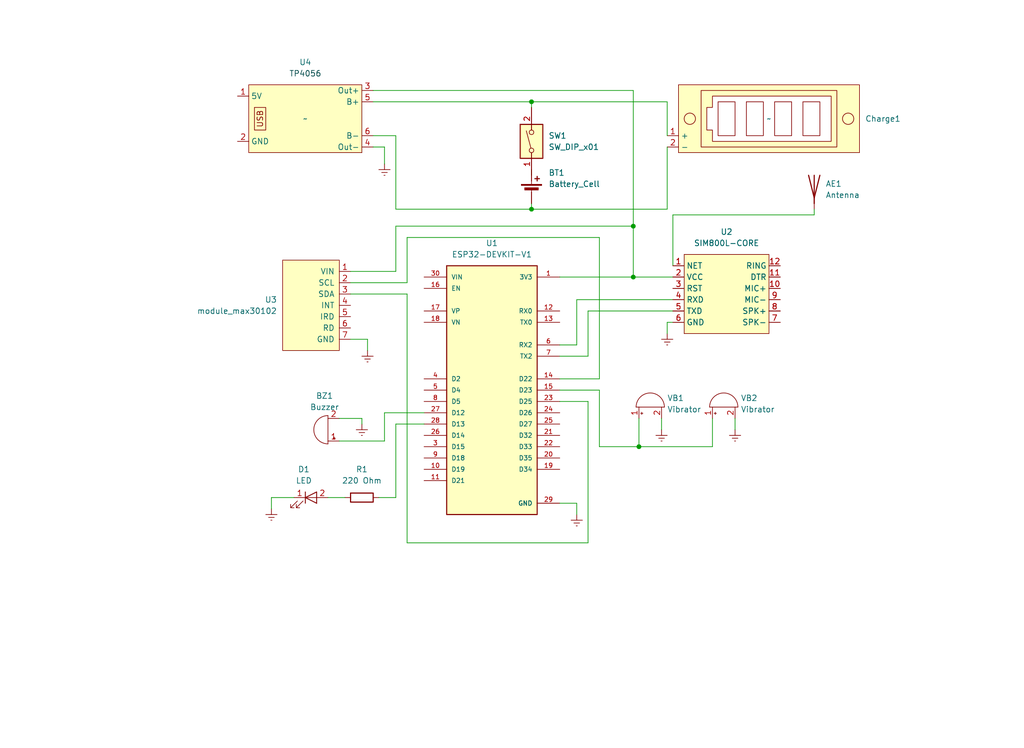
<source format=kicad_sch>
(kicad_sch (version 20230121) (generator eeschema)
  (paper "User" 229.997 167.996)
  (title_block (title "Pulsioximetría para EPOC en las zonas rurales de Apurímac") (date "Oct 31") (company "PONTIFICIA UNIVERSIDAD CATÓLICA DEL PERÚ - PROYECTO DE BIODISEÑO 2"))
  (lib_symbols
    (symbol "Device:Antenna" (pin_numbers hide) (pin_names (offset 1.016) hide)
      (property "Reference" "AE" (at -1.905 1.905 0))
      (property "Value" "Antenna" (at -1.905 0 0))
      (symbol "Antenna_0_1"
        (polyline (pts (xy 0 2.54) (xy 0 -3.81)) (stroke (width 0.254)))
        (polyline (pts (xy 1.27 2.54) (xy 0 -2.54) (xy -1.27 2.54)) (stroke (width 0.254)))
      )
      (symbol "Antenna_1_1"
        (pin input line (at 0 -5.08 90) (length 2.54) (name "A") (number "1"))
      )
    )
    (symbol "Device:Battery_Cell" (pin_numbers hide) (pin_names (offset 0) hide)
      (property "Reference" "BT" (at 2.54 2.54 0))
      (property "Value" "Battery_Cell" (at 2.54 0 0))
      (symbol "Battery_Cell_0_1"
        (rectangle (start -2.286 1.778) (end 2.286 1.524) (fill (type outline)))
        (rectangle (start -1.524 1.016) (end 1.524 0.508) (fill (type outline)))
        (polyline (pts (xy 0 0.762) (xy 0 0)))
        (polyline (pts (xy 0 1.778) (xy 0 2.54)))
        (polyline (pts (xy 0.762 3.048) (xy 1.778 3.048)) (stroke (width 0.254)))
        (polyline (pts (xy 1.27 3.556) (xy 1.27 2.54)) (stroke (width 0.254)))
      )
      (symbol "Battery_Cell_1_1"
        (pin passive line (at 0 5.08 270) (length 2.54) (name "+") (number "1"))
        (pin passive line (at 0 -2.54 90) (length 2.54) (name "-") (number "2"))
      )
    )
    (symbol "Device:Buzzer" (pin_names (offset 0.0254) hide)
      (property "Reference" "BZ" (at 3.81 1.27 0))
      (property "Value" "Buzzer" (at 3.81 -1.27 0))
      (symbol "Buzzer_0_1"
        (arc (start 0 -3.175) (mid 3.1612 0) (end 0 3.175))
        (polyline (pts (xy -1.651 1.905) (xy -1.143 1.905)))
        (polyline (pts (xy -1.397 2.159) (xy -1.397 1.651)))
        (polyline (pts (xy 0 3.175) (xy 0 -3.175)))
      )
      (symbol "Buzzer_1_1"
        (pin passive line (at -2.54 2.54 0) (length 2.54) (name "-") (number "1"))
        (pin passive line (at -2.54 -2.54 0) (length 2.54) (name "+") (number "2"))
      )
    )
    (symbol "ESP32-DEVKIT-V1:ESP32-DEVKIT-V1" (pin_names (offset 1.016))
      (property "Reference" "U1" (at 0 33.02 0))
      (property "Value" "ESP32-DEVKIT-V1" (at 0 30.48 0))
      (symbol "ESP32-DEVKIT-V1_0_0"
        (rectangle (start -10.16 -27.94) (end 10.16 27.94) (stroke (width 0.254)) (fill (type background)))
        (pin output line (at 15.24 25.4 180) (length 5.08) (name "3V3") (number "1"))
        (pin bidirectional line (at -15.24 -17.78 0) (length 5.08) (name "D19") (number "10"))
        (pin bidirectional line (at -15.24 -20.32 0) (length 5.08) (name "D21") (number "11"))
        (pin input line (at 15.24 17.78 180) (length 5.08) (name "RX0") (number "12"))
        (pin output line (at 15.24 15.24 180) (length 5.08) (name "TX0") (number "13"))
        (pin bidirectional line (at 15.24 2.54 180) (length 5.08) (name "D22") (number "14"))
        (pin bidirectional line (at 15.24 0 180) (length 5.08) (name "D23") (number "15"))
        (pin input line (at -15.24 22.86 0) (length 5.08) (name "EN") (number "16"))
        (pin bidirectional line (at -15.24 17.78 0) (length 5.08) (name "VP") (number "17"))
        (pin bidirectional line (at -15.24 15.24 0) (length 5.08) (name "VN") (number "18"))
        (pin bidirectional line (at 15.24 -17.78 180) (length 5.08) (name "D34") (number "19"))
        (pin bidirectional line (at 15.24 -15.24 180) (length 5.08) (name "D35") (number "20"))
        (pin bidirectional line (at 15.24 -10.16 180) (length 5.08) (name "D32") (number "21"))
        (pin bidirectional line (at 15.24 -12.7 180) (length 5.08) (name "D33") (number "22"))
        (pin bidirectional line (at 15.24 -2.54 180) (length 5.08) (name "D25") (number "23"))
        (pin bidirectional line (at 15.24 -5.08 180) (length 5.08) (name "D26") (number "24"))
        (pin bidirectional line (at 15.24 -7.62 180) (length 5.08) (name "D27") (number "25"))
        (pin bidirectional line (at -15.24 -10.16 0) (length 5.08) (name "D14") (number "26"))
        (pin bidirectional line (at -15.24 -5.08 0) (length 5.08) (name "D12") (number "27"))
        (pin bidirectional line (at -15.24 -7.62 0) (length 5.08) (name "D13") (number "28"))
        (pin power_in line (at 15.24 -25.4 180) (length 5.08) (name "GND") (number "29"))
        (pin bidirectional line (at -15.24 -12.7 0) (length 5.08) (name "D15") (number "3"))
        (pin input line (at -15.24 25.4 0) (length 5.08) (name "VIN") (number "30"))
        (pin bidirectional line (at -15.24 2.54 0) (length 5.08) (name "D2") (number "4"))
        (pin bidirectional line (at -15.24 0 0) (length 5.08) (name "D4") (number "5"))
        (pin input line (at 15.24 10.16 180) (length 5.08) (name "RX2") (number "6"))
        (pin output line (at 15.24 7.62 180) (length 5.08) (name "TX2") (number "7"))
        (pin bidirectional line (at -15.24 -2.54 0) (length 5.08) (name "D5") (number "8"))
        (pin bidirectional line (at -15.24 -15.24 0) (length 5.08) (name "D18") (number "9"))
      )
      (symbol "ESP32-DEVKIT-V1_1_0"
        (pin power_in line (at 15.24 -25.4 180) (length 5.08) (name "GND") (number ""))
      )
    )
    (symbol "Indicador_de_Carga:Indicador_de_carga_XW228DKFR4"
      (property "Reference" "U" (at 0 10.16 0))
      (symbol "Indicador_de_carga_XW228DKFR4_0_1"
        (circle (center -17.78 0) (radius 1.27))
        (rectangle (start -15.24 6.35) (end 15.24 -6.35))
        (rectangle (start -11.43 3.81) (end -7.62 -3.81))
        (rectangle (start -5.08 3.81) (end -1.27 -3.81))
        (rectangle (start 1.27 3.81) (end 5.08 -3.81))
        (rectangle (start 7.62 3.81) (end 11.43 -3.81))
        (circle (center 17.78 0) (radius 1.27))
      )
      (symbol "Indicador_de_carga_XW228DKFR4_1_1"
        (rectangle (start -20.32 7.62) (end 20.32 -7.62) (fill (type background)))
        (polyline (pts (xy 13.97 0) (xy 13.97 5.08) (xy -11.43 5.08) (xy -12.7 5.08) (xy -12.7 2.54) (xy -13.97 2.54) (xy -13.97 -2.54) (xy -12.7 -2.54) (xy -12.7 -5.08) (xy 13.97 -5.08) (xy 13.97 0)) (fill (type color) (color 255 255 255 1)))
        (pin input line (at -22.86 -3.81 0) (length 2.54) (name "+") (number "1"))
        (pin input line (at -22.86 -6.35 0) (length 2.54) (name "-") (number "2"))
      )
    )
    (symbol "Module_TP4056:Module_TP4056"
      (property "Reference" "U4" (at 0 12.7 0))
      (property "Value" "~" (at 0 0 0))
      (symbol "Module_TP4056_1_1"
        (rectangle (start -12.7 7.62) (end 12.7 -7.62) (fill (type background)))
        (rectangle (start -11.43 2.54) (end -8.89 -2.54))
        (text "TP4056" (at 0 10.16 0) (effects (font (size 1.27 1.27))))
        (text "USB" (at -10.16 0 900) (effects (font (size 1.27 1.27))))
        (pin input line (at -15.24 5.08 0) (length 2.54) (name "5V") (number "1"))
        (pin input line (at -15.24 -5.08 0) (length 2.54) (name "GND") (number "2"))
        (pin output line (at 15.24 6.35 180) (length 2.54) (name "Out+") (number "3"))
        (pin output line (at 15.24 -6.35 180) (length 2.54) (name "Out-") (number "4"))
        (pin bidirectional line (at 15.24 3.81 180) (length 2.54) (name "B+") (number "5"))
        (pin bidirectional line (at 15.24 -3.81 180) (length 2.54) (name "B-") (number "6"))
      )
    )
    (symbol "Switch:SW_DIP_x01" (pin_names (offset 0) hide)
      (property "Reference" "SW" (at 0 3.81 0))
      (property "Value" "SW_DIP_x01" (at 0 -3.81 0))
      (symbol "SW_DIP_x01_0_0"
        (circle (center -2.032 0) (radius 0.508))
        (polyline (pts (xy -1.524 0.127) (xy 2.3622 1.1684)))
        (circle (center 2.032 0) (radius 0.508))
      )
      (symbol "SW_DIP_x01_0_1"
        (rectangle (start -3.81 2.54) (end 3.81 -2.54) (stroke (width 0.254)) (fill (type background)))
      )
      (symbol "SW_DIP_x01_1_1"
        (pin passive line (at -7.62 0 0) (length 5.08) (name "~") (number "1"))
        (pin passive line (at 7.62 0 180) (length 5.08) (name "~") (number "2"))
      )
    )
    (symbol "charger_stepup-cache:LED" (pin_names (offset 1.016) hide)
      (property "Reference" "D" (at 0 2.54 0))
      (property "Value" "LED" (at 0 -2.54 0))
      (symbol "LED_0_1"
        (polyline (pts (xy -1.27 -1.27) (xy -1.27 1.27)) (stroke (width 0.2032)))
        (polyline (pts (xy -1.27 0) (xy 1.27 0)))
        (polyline (pts (xy 1.27 -1.27) (xy 1.27 1.27) (xy -1.27 0) (xy 1.27 -1.27)) (stroke (width 0.2032)))
        (polyline (pts (xy -3.048 -0.762) (xy -4.572 -2.286) (xy -3.81 -2.286) (xy -4.572 -2.286) (xy -4.572 -1.524)))
        (polyline (pts (xy -1.778 -0.762) (xy -3.302 -2.286) (xy -2.54 -2.286) (xy -3.302 -2.286) (xy -3.302 -1.524)))
      )
      (symbol "LED_1_1"
        (pin passive line (at -3.81 0 0) (length 2.54) (name "K") (number "1"))
        (pin passive line (at 3.81 0 180) (length 2.54) (name "A") (number "2"))
      )
    )
    (symbol "charger_stepup-cache:R" (pin_numbers hide) (pin_names (offset 0))
      (property "Reference" "R" (at 2.032 0 90))
      (property "Value" "R" (at 0 0 90))
      (symbol "R_0_1"
        (rectangle (start -1.016 -2.54) (end 1.016 2.54) (stroke (width 0.254)))
      )
      (symbol "R_1_1"
        (pin passive line (at 0 3.81 270) (length 1.27) (name "~") (number "1"))
        (pin passive line (at 0 -3.81 90) (length 1.27) (name "~") (number "2"))
      )
    )
    (symbol "power:Earth" (power) (pin_names (offset 0))
      (symbol "Earth_0_1"
        (polyline (pts (xy -0.635 -1.905) (xy 0.635 -1.905)))
        (polyline (pts (xy -0.127 -2.54) (xy 0.127 -2.54)))
        (polyline (pts (xy 0 -1.27) (xy 0 0)))
        (polyline (pts (xy 1.27 -1.27) (xy -1.27 -1.27)))
      )
      (symbol "Earth_1_1"
        (pin power_in line (at 0 0 270) (length 0) hide (name "Earth") (number "1"))
      )
    )
    (symbol "sim800l-core:SIM800L-CORE"
      (property "Reference" "U" (at -7.62 8.89 0))
      (property "Value" "SIM800L-CORE" (at 0 -12.7 0))
      (symbol "SIM800L-CORE_0_1"
        (rectangle (start -8.89 7.62) (end 10.16 -10.16) (stroke (width 0.1524)) (fill (type background)))
      )
      (symbol "SIM800L-CORE_1_1"
        (pin bidirectional line (at -11.43 5.08 0) (length 2.54) (name "NET") (number "1"))
        (pin output line (at 12.7 0 180) (length 2.54) (name "MIC+") (number "10"))
        (pin passive line (at 12.7 2.54 180) (length 2.54) (name "DTR") (number "11"))
        (pin output line (at 12.7 5.08 180) (length 2.54) (name "RING") (number "12"))
        (pin power_in line (at -11.43 2.54 0) (length 2.54) (name "VCC") (number "2"))
        (pin input line (at -11.43 0 0) (length 2.54) (name "RST") (number "3"))
        (pin input line (at -11.43 -2.54 0) (length 2.54) (name "RXD") (number "4"))
        (pin output line (at -11.43 -5.08 0) (length 2.54) (name "TXD") (number "5"))
        (pin power_in line (at -11.43 -7.62 0) (length 2.54) (name "GND") (number "6"))
        (pin output line (at 12.7 -7.62 180) (length 2.54) (name "SPK-") (number "7"))
        (pin output line (at 12.7 -5.08 180) (length 2.54) (name "SPK+") (number "8"))
        (pin output line (at 12.7 -2.54 180) (length 2.54) (name "MIC-") (number "9"))
      )
    )
    (symbol "usini_sensors:module_max30102" (pin_names (offset 1.016))
      (property "Reference" "U" (at 2.54 12.7 0))
      (property "Value" "module_max30102" (at 10.16 -10.16 0))
      (symbol "module_max30102_0_1"
        (rectangle (start 2.54 11.43) (end 15.24 -8.89) (fill (type background)))
      )
      (symbol "module_max30102_1_1"
        (pin input line (at 0 8.89 0) (length 2.54) (name "VIN") (number "1"))
        (pin input line (at 0 6.35 0) (length 2.54) (name "SCL") (number "2"))
        (pin input line (at 0 3.81 0) (length 2.54) (name "SDA") (number "3"))
        (pin input line (at 0 1.27 0) (length 2.54) (name "INT") (number "4"))
        (pin input line (at 0 -1.27 0) (length 2.54) (name "IRD") (number "5"))
        (pin input line (at 0 -3.81 0) (length 2.54) (name "RD") (number "6"))
        (pin input line (at 0 -6.35 0) (length 2.54) (name "GND") (number "7"))
      )
    )
  )
  (junction (at 143.51 100.33))
  (junction (at 142.24 62.23))
  (junction (at 142.24 50.8))
  (junction (at 119.38 46.99))
  (junction (at 119.38 22.86))
  (wire (pts (xy 86.36 33.02) (xy 86.36 36.83)))
  (wire (pts (xy 142.24 20.32) (xy 142.24 50.8)))
  (wire (pts (xy 119.38 22.86) (xy 149.86 22.86)))
  (wire (pts (xy 132.08 69.85) (xy 151.13 69.85)))
  (wire (pts (xy 82.55 76.2) (xy 82.55 78.74)))
  (wire (pts (xy 73.66 111.76) (xy 77.47 111.76)))
  (wire (pts (xy 60.96 111.76) (xy 66.04 111.76)))
  (wire (pts (xy 129.54 113.03) (xy 129.54 115.57)))
  (wire (pts (xy 125.73 87.63) (xy 134.62 87.63)))
  (wire (pts (xy 149.86 72.39) (xy 151.13 72.39)))
  (wire (pts (xy 81.28 93.98) (xy 81.28 95.25)))
  (wire (pts (xy 91.44 63.5) (xy 91.44 53.34)))
  (wire (pts (xy 91.44 66.04) (xy 91.44 121.92)))
  (wire (pts (xy 134.62 53.34) (xy 134.62 85.09)))
  (wire (pts (xy 119.38 46.99) (xy 149.86 46.99)))
  (wire (pts (xy 91.44 121.92) (xy 132.08 121.92)))
  (wire (pts (xy 86.36 99.06) (xy 86.36 92.71)))
  (wire (pts (xy 129.54 77.47) (xy 129.54 67.31)))
  (wire (pts (xy 86.36 99.06) (xy 76.2 99.06)))
  (wire (pts (xy 129.54 67.31) (xy 151.13 67.31)))
  (wire (pts (xy 88.9 50.8) (xy 142.24 50.8)))
  (wire (pts (xy 83.82 20.32) (xy 142.24 20.32)))
  (wire (pts (xy 83.82 33.02) (xy 86.36 33.02)))
  (wire (pts (xy 182.88 46.99) (xy 182.88 48.26)))
  (wire (pts (xy 125.73 113.03) (xy 129.54 113.03)))
  (wire (pts (xy 119.38 38.1) (xy 119.38 39.37)))
  (wire (pts (xy 83.82 22.86) (xy 119.38 22.86)))
  (wire (pts (xy 151.13 48.26) (xy 182.88 48.26)))
  (wire (pts (xy 78.74 63.5) (xy 91.44 63.5)))
  (wire (pts (xy 85.09 111.76) (xy 88.9 111.76)))
  (wire (pts (xy 125.73 77.47) (xy 129.54 77.47)))
  (wire (pts (xy 143.51 93.98) (xy 143.51 100.33)))
  (wire (pts (xy 91.44 53.34) (xy 134.62 53.34)))
  (wire (pts (xy 83.82 30.48) (xy 88.9 30.48)))
  (wire (pts (xy 125.73 85.09) (xy 134.62 85.09)))
  (wire (pts (xy 119.38 22.86) (xy 119.38 24.13)))
  (wire (pts (xy 125.73 62.23) (xy 142.24 62.23)))
  (wire (pts (xy 134.62 100.33) (xy 143.51 100.33)))
  (wire (pts (xy 160.02 93.98) (xy 160.02 100.33)))
  (wire (pts (xy 88.9 60.96) (xy 88.9 50.8)))
  (wire (pts (xy 151.13 48.26) (xy 151.13 59.69)))
  (wire (pts (xy 78.74 76.2) (xy 82.55 76.2)))
  (wire (pts (xy 60.96 114.3) (xy 60.96 111.76)))
  (wire (pts (xy 149.86 74.93) (xy 149.86 72.39)))
  (wire (pts (xy 76.2 93.98) (xy 81.28 93.98)))
  (wire (pts (xy 160.02 100.33) (xy 143.51 100.33)))
  (wire (pts (xy 142.24 50.8) (xy 142.24 62.23)))
  (wire (pts (xy 86.36 92.71) (xy 95.25 92.71)))
  (wire (pts (xy 132.08 121.92) (xy 132.08 90.17)))
  (wire (pts (xy 88.9 95.25) (xy 95.25 95.25)))
  (wire (pts (xy 88.9 30.48) (xy 88.9 46.99)))
  (wire (pts (xy 149.86 22.86) (xy 149.86 30.48)))
  (wire (pts (xy 78.74 60.96) (xy 88.9 60.96)))
  (wire (pts (xy 78.74 66.04) (xy 91.44 66.04)))
  (wire (pts (xy 125.73 80.01) (xy 132.08 80.01)))
  (wire (pts (xy 148.59 93.98) (xy 148.59 96.52)))
  (wire (pts (xy 142.24 62.23) (xy 151.13 62.23)))
  (wire (pts (xy 132.08 80.01) (xy 132.08 69.85)))
  (wire (pts (xy 125.73 90.17) (xy 132.08 90.17)))
  (wire (pts (xy 134.62 87.63) (xy 134.62 100.33)))
  (wire (pts (xy 149.86 33.02) (xy 149.86 46.99)))
  (wire (pts (xy 88.9 46.99) (xy 119.38 46.99)))
  (wire (pts (xy 165.1 93.98) (xy 165.1 96.52)))
  (wire (pts (xy 119.38 45.72) (xy 119.38 46.99)))
  (wire (pts (xy 88.9 111.76) (xy 88.9 95.25)))
  (symbol (lib_id "power:Earth") (at 148.59 96.52 0) (unit 1)
    (property "Reference" "#PWR04" (effects hide))
    (property "Value" "Earth" (effects hide))
  )
  (symbol (lib_id "charger_stepup-cache:LED") (at 69.85 111.76 0) (unit 1)
    (property "Reference" "D1" (at 68.2498 105.41 0))
    (property "Value" "LED" (at 68.2498 107.95 0))
    (property "Footprint" "LED_THT:LED_D3.0mm_Horizontal_O6.35mm_Z2.0mm" (effects hide))
  )
  (symbol (lib_id "Device:Buzzer") (at 162.56 91.44 90) (unit 1)
    (property "Reference" "VB2" (at 166.37 89.4149 90) (effects (justify right)))
    (property "Value" "Vibrator" (at 166.37 91.9549 90) (effects (justify right)))
    (property "Footprint" "Buzzer_Beeper:MagneticBuzzer_Kobitone_254-EMB73-RO" (effects hide))
  )
  (symbol (lib_id "Device:Antenna") (at 182.88 41.91 0) (unit 1)
    (property "Reference" "AE1" (at 185.42 41.275 0) (effects (justify left)))
    (property "Value" "Antenna" (at 185.42 43.815 0) (effects (justify left)))
    (property "Footprint" "RF_Antenna:Texas_SWRA117D_2.4GHz_Left" (effects hide))
  )
  (symbol (lib_id "Switch:SW_DIP_x01") (at 119.38 31.75 90) (unit 1)
    (property "Reference" "SW1" (at 123.19 30.48 90) (effects (justify right)))
    (property "Value" "SW_DIP_x01" (at 123.19 33.02 90) (effects (justify right)))
    (property "Footprint" "Connector_PinHeader_2.54mm:PinHeader_1x02_P2.54mm_Vertical" (effects hide))
  )
  (symbol (lib_id "Device:Buzzer") (at 146.05 91.44 90) (unit 1)
    (property "Reference" "VB1" (at 149.86 89.4149 90) (effects (justify right)))
    (property "Value" "Vibrator" (at 149.86 91.9549 90) (effects (justify right)))
    (property "Footprint" "Buzzer_Beeper:MagneticBuzzer_Kobitone_254-EMB73-RO" (effects hide))
  )
  (symbol (lib_id "sim800l-core:SIM800L-CORE") (at 162.56 64.77 0) (unit 1)
    (property "Reference" "U2" (at 163.195 52.07 0))
    (property "Value" "SIM800L-CORE" (at 163.195 54.61 0))
    (property "Footprint" "SIM800L-Core-Module-KiCad-Footprint-main:SIM800L-CORE" (effects hide))
  )
  (symbol (lib_id "usini_sensors:module_max30102") (at 78.74 69.85 0) (mirror y) (unit 1)
    (property "Reference" "U3" (at 62.23 67.31 0) (effects (justify left)))
    (property "Value" "module_max30102" (at 62.23 69.85 0) (effects (justify left)))
    (property "Footprint" "usini_sensors:module_max30102" (effects hide))
  )
  (symbol (lib_id "power:Earth") (at 149.86 74.93 0) (unit 1)
    (property "Reference" "#PWR06" (effects hide))
    (property "Value" "Earth" (effects hide))
  )
  (symbol (lib_id "Indicador_de_Carga:Indicador_de_carga_XW228DKFR4") (at 172.72 26.67 0) (unit 1)
    (property "Reference" "Charge1" (at 194.31 26.67 0) (effects (justify left)))
    (property "Value" "~" (at 172.72 26.67 0))
    (property "Footprint" "Connector_PinHeader_2.54mm:PinHeader_1x02_P2.54mm_Vertical" (effects hide))
  )
  (symbol (lib_id "charger_stepup-cache:R") (at 81.28 111.76 270) (unit 1)
    (property "Reference" "R1" (at 81.28 105.41 90))
    (property "Value" "220 Ohm" (at 81.28 107.95 90))
    (property "Footprint" "Resistor_SMD:R_0603_1608Metric" (effects hide))
  )
  (symbol (lib_id "ESP32-DEVKIT-V1:ESP32-DEVKIT-V1") (at 110.49 87.63 0) (unit 1)
    (property "Reference" "U1" (at 110.49 54.61 0))
    (property "Value" "ESP32-DEVKIT-V1" (at 110.49 57.15 0))
    (property "Footprint" "ESP32-DEVKIT-V1:MODULE_ESP32_DEVKIT_V1" (effects hide))
    (property "MF" "Do it" (effects hide))
    (property "MAXIMUM_PACKAGE_HEIGHT" "6.8 mm" (effects hide))
    (property "Package" "None" (effects hide))
    (property "Price" "None" (effects hide))
    (property "Check_prices" "https://www.snapeda.com/parts/ESP32-DEVKIT-V1/Do+it/view-part/?ref=eda" (effects hide))
    (property "STANDARD" "Manufacturer Recommendations" (effects hide))
    (property "PARTREV" "N/A" (effects hide))
    (property "SnapEDA_Link" "https://www.snapeda.com/parts/ESP32-DEVKIT-V1/Do+it/view-part/?ref=snap" (effects hide))
    (property "MP" "ESP32-DEVKIT-V1" (effects hide))
    (property "Description" "\nDual core, Wi-Fi: 2.4 GHz up to 150 Mbits/s,BLE (Bluetooth Low Energy) and legacy Bluetooth, 32 bits, Up to 240 MHz\n" (effects hide))
    (property "Availability" "Not in stock" (effects hide))
    (property "MANUFACTURER" "DOIT" (effects hide))
  )
  (symbol (lib_id "power:Earth") (at 86.36 36.83 0) (unit 1)
    (property "Reference" "#PWR05" (effects hide))
    (property "Value" "Earth" (effects hide))
  )
  (symbol (lib_id "power:Earth") (at 129.54 115.57 0) (unit 1)
    (property "Reference" "#PWR01" (effects hide))
    (property "Value" "Earth" (effects hide))
  )
  (symbol (lib_id "power:Earth") (at 82.55 78.74 0) (unit 1)
    (property "Reference" "#PWR09" (effects hide))
    (property "Value" "Earth" (effects hide))
  )
  (symbol (lib_id "Module_TP4056:Module_TP4056") (at 68.58 26.67 0) (unit 1)
    (property "Reference" "U4" (at 68.58 13.97 0))
    (property "Value" "~" (at 68.58 26.67 0))
    (property "Footprint" "TP4056-18650-master:TP4056-18650" (effects hide))
  )
  (symbol (lib_id "Device:Battery_Cell") (at 119.38 43.18 0) (unit 1)
    (property "Reference" "BT1" (at 123.19 38.7985 0) (effects (justify left)))
    (property "Value" "Battery_Cell " (at 123.19 41.3385 0) (effects (justify left)))
    (property "Footprint" "Connector_PinHeader_2.54mm:PinHeader_1x02_P2.54mm_Vertical" (effects hide))
  )
  (symbol (lib_id "power:Earth") (at 81.28 95.25 0) (unit 1)
    (property "Reference" "#PWR02" (effects hide))
    (property "Value" "Earth" (effects hide))
  )
  (symbol (lib_id "Device:Buzzer") (at 73.66 96.52 180) (unit 1)
    (property "Reference" "BZ1" (at 72.9049 88.9 0))
    (property "Value" "Buzzer" (at 72.9049 91.44 0))
    (property "Footprint" "Buzzer_Beeper:MagneticBuzzer_ProSignal_ABI-010-RC" (effects hide))
  )
  (symbol (lib_id "power:Earth") (at 60.96 114.3 0) (unit 1)
    (property "Reference" "#PWR03" (effects hide))
    (property "Value" "Earth" (effects hide))
  )
  (symbol (lib_id "power:Earth") (at 165.1 96.52 0) (unit 1)
    (property "Reference" "#PWR010" (effects hide))
    (property "Value" "Earth" (effects hide))
  )
)
</source>
